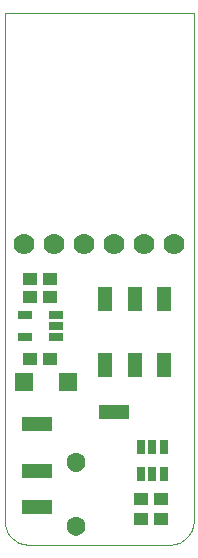
<source format=gts>
G75*
G70*
%OFA0B0*%
%FSLAX24Y24*%
%IPPOS*%
%LPD*%
%AMOC8*
5,1,8,0,0,1.08239X$1,22.5*
%
%ADD10C,0.0000*%
%ADD11R,0.0276X0.0512*%
%ADD12R,0.1024X0.0512*%
%ADD13C,0.0631*%
%ADD14R,0.0473X0.0434*%
%ADD15R,0.0512X0.0257*%
%ADD16C,0.0700*%
%ADD17R,0.0473X0.0808*%
%ADD18R,0.0591X0.0591*%
D10*
X000160Y001700D02*
X000160Y018629D01*
X006459Y018629D01*
X006459Y001700D01*
X006457Y001646D01*
X006452Y001593D01*
X006443Y001540D01*
X006430Y001488D01*
X006414Y001436D01*
X006394Y001386D01*
X006371Y001338D01*
X006344Y001291D01*
X006315Y001246D01*
X006282Y001203D01*
X006247Y001163D01*
X006209Y001125D01*
X006169Y001090D01*
X006126Y001057D01*
X006081Y001028D01*
X006034Y001001D01*
X005986Y000978D01*
X005936Y000958D01*
X005884Y000942D01*
X005832Y000929D01*
X005779Y000920D01*
X005726Y000915D01*
X005672Y000913D01*
X005672Y000912D02*
X000947Y000912D01*
X000947Y000913D02*
X000893Y000915D01*
X000840Y000920D01*
X000787Y000929D01*
X000735Y000942D01*
X000683Y000958D01*
X000633Y000978D01*
X000585Y001001D01*
X000538Y001028D01*
X000493Y001057D01*
X000450Y001090D01*
X000410Y001125D01*
X000372Y001163D01*
X000337Y001203D01*
X000304Y001246D01*
X000275Y001291D01*
X000248Y001338D01*
X000225Y001386D01*
X000205Y001436D01*
X000189Y001488D01*
X000176Y001540D01*
X000167Y001593D01*
X000162Y001646D01*
X000160Y001700D01*
X002227Y001542D02*
X002229Y001576D01*
X002235Y001610D01*
X002245Y001643D01*
X002258Y001674D01*
X002276Y001704D01*
X002296Y001732D01*
X002320Y001757D01*
X002346Y001779D01*
X002374Y001797D01*
X002405Y001813D01*
X002437Y001825D01*
X002471Y001833D01*
X002505Y001837D01*
X002539Y001837D01*
X002573Y001833D01*
X002607Y001825D01*
X002639Y001813D01*
X002669Y001797D01*
X002698Y001779D01*
X002724Y001757D01*
X002748Y001732D01*
X002768Y001704D01*
X002786Y001674D01*
X002799Y001643D01*
X002809Y001610D01*
X002815Y001576D01*
X002817Y001542D01*
X002815Y001508D01*
X002809Y001474D01*
X002799Y001441D01*
X002786Y001410D01*
X002768Y001380D01*
X002748Y001352D01*
X002724Y001327D01*
X002698Y001305D01*
X002670Y001287D01*
X002639Y001271D01*
X002607Y001259D01*
X002573Y001251D01*
X002539Y001247D01*
X002505Y001247D01*
X002471Y001251D01*
X002437Y001259D01*
X002405Y001271D01*
X002374Y001287D01*
X002346Y001305D01*
X002320Y001327D01*
X002296Y001352D01*
X002276Y001380D01*
X002258Y001410D01*
X002245Y001441D01*
X002235Y001474D01*
X002229Y001508D01*
X002227Y001542D01*
X002227Y003668D02*
X002229Y003702D01*
X002235Y003736D01*
X002245Y003769D01*
X002258Y003800D01*
X002276Y003830D01*
X002296Y003858D01*
X002320Y003883D01*
X002346Y003905D01*
X002374Y003923D01*
X002405Y003939D01*
X002437Y003951D01*
X002471Y003959D01*
X002505Y003963D01*
X002539Y003963D01*
X002573Y003959D01*
X002607Y003951D01*
X002639Y003939D01*
X002669Y003923D01*
X002698Y003905D01*
X002724Y003883D01*
X002748Y003858D01*
X002768Y003830D01*
X002786Y003800D01*
X002799Y003769D01*
X002809Y003736D01*
X002815Y003702D01*
X002817Y003668D01*
X002815Y003634D01*
X002809Y003600D01*
X002799Y003567D01*
X002786Y003536D01*
X002768Y003506D01*
X002748Y003478D01*
X002724Y003453D01*
X002698Y003431D01*
X002670Y003413D01*
X002639Y003397D01*
X002607Y003385D01*
X002573Y003377D01*
X002539Y003373D01*
X002505Y003373D01*
X002471Y003377D01*
X002437Y003385D01*
X002405Y003397D01*
X002374Y003413D01*
X002346Y003431D01*
X002320Y003453D01*
X002296Y003478D01*
X002276Y003506D01*
X002258Y003536D01*
X002245Y003567D01*
X002235Y003600D01*
X002229Y003634D01*
X002227Y003668D01*
D11*
X004707Y003275D03*
X005081Y003275D03*
X005081Y004180D03*
X004707Y004180D03*
X005455Y004180D03*
X005455Y003275D03*
D12*
X003802Y005322D03*
X001243Y004928D03*
X001243Y003353D03*
X001243Y002172D03*
D13*
X002522Y001542D03*
X002522Y003668D03*
D14*
X001676Y007113D03*
X001006Y007113D03*
X001006Y009180D03*
X001006Y009771D03*
X001676Y009771D03*
X001676Y009180D03*
X004688Y002428D03*
X004688Y001759D03*
X005377Y001759D03*
X005377Y002428D03*
D15*
X001853Y007822D03*
X001853Y008196D03*
X001853Y008570D03*
X000829Y008570D03*
X000829Y007822D03*
D16*
X000810Y010952D03*
X001810Y010952D03*
X002810Y010952D03*
X003810Y010952D03*
X004810Y010952D03*
X005810Y010952D03*
D17*
X005475Y009101D03*
X005475Y006897D03*
X004491Y006897D03*
X004491Y009101D03*
X003506Y009101D03*
X003506Y006897D03*
D18*
X002266Y006326D03*
X000810Y006326D03*
M02*

</source>
